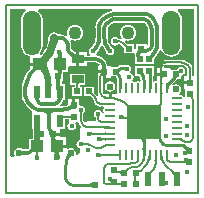
<source format=gbl>
G04*
G04 #@! TF.GenerationSoftware,Altium Limited,Altium Designer,20.1.8 (145)*
G04*
G04 Layer_Physical_Order=4*
G04 Layer_Color=16711680*
%FSLAX25Y25*%
%MOIN*%
G70*
G04*
G04 #@! TF.SameCoordinates,21FBFEBA-D07F-42F0-8C11-0AAD296DAF8C*
G04*
G04*
G04 #@! TF.FilePolarity,Positive*
G04*
G01*
G75*
%ADD14C,0.01000*%
%ADD15C,0.00500*%
%ADD16R,0.01968X0.05118*%
%ADD17R,0.01968X0.02362*%
%ADD23R,0.02362X0.01968*%
%ADD40C,0.00600*%
%ADD41C,0.01200*%
%ADD42C,0.02500*%
%ADD43C,0.02000*%
%ADD44C,0.04331*%
%ADD45O,0.06000X0.15000*%
%ADD46C,0.01772*%
%ADD47C,0.02362*%
%ADD48C,0.02400*%
%ADD49C,0.00900*%
%ADD50C,0.01300*%
%ADD51R,0.04331X0.03937*%
%ADD52R,0.03937X0.02756*%
%ADD53R,0.11811X0.11811*%
%ADD54O,0.03740X0.00984*%
%ADD55O,0.00984X0.03740*%
%ADD56R,0.02362X0.04331*%
G36*
X532092Y242484D02*
X532150Y242445D01*
X532216Y242411D01*
X532291Y242382D01*
X532375Y242357D01*
X532468Y242336D01*
X532569Y242320D01*
X532679Y242309D01*
X532926Y242300D01*
Y241100D01*
X532798Y241098D01*
X532569Y241080D01*
X532468Y241064D01*
X532375Y241043D01*
X532291Y241018D01*
X532216Y240989D01*
X532150Y240955D01*
X532092Y240916D01*
X532044Y240873D01*
Y242527D01*
X532092Y242484D01*
D02*
G37*
G36*
X577976Y228918D02*
X577416D01*
Y231334D01*
X577442D01*
X577274Y232179D01*
X576796Y232896D01*
X576796Y232896D01*
X575773Y233681D01*
X574581Y234174D01*
X573303Y234342D01*
Y234316D01*
X567855D01*
X567946Y234227D01*
X568049Y234137D01*
X568151Y234058D01*
X568253Y233990D01*
X568354Y233932D01*
X568454Y233884D01*
X568554Y233847D01*
X568653Y233821D01*
X568752Y233805D01*
X568851Y233800D01*
Y233200D01*
X568752Y233195D01*
X568653Y233179D01*
X568554Y233153D01*
X568454Y233116D01*
X568354Y233068D01*
X568253Y233010D01*
X568151Y232942D01*
X568049Y232863D01*
X567946Y232773D01*
X567872Y232701D01*
X567805Y232619D01*
X567647Y232396D01*
X567583Y232288D01*
X567529Y232182D01*
X567484Y232077D01*
X567450Y231975D01*
X567425Y231875D01*
X567410Y231778D01*
X567406Y231682D01*
X566806Y231626D01*
X566800Y231727D01*
X566783Y231827D01*
X566756Y231926D01*
X566717Y232023D01*
X566667Y232119D01*
X566606Y232215D01*
X566534Y232309D01*
X566451Y232403D01*
X566357Y232495D01*
X566290Y232553D01*
Y231484D01*
X565751D01*
Y230000D01*
X567932D01*
Y229000D01*
X565751D01*
Y227560D01*
X565723Y227508D01*
X565407Y227158D01*
X565137Y227212D01*
X564750Y227135D01*
X564688Y227093D01*
X564188Y227361D01*
Y229050D01*
X564484D01*
Y232413D01*
X561516D01*
Y232413D01*
X561516Y232413D01*
X561029Y232381D01*
X558316D01*
Y229019D01*
X559754D01*
X560054Y228294D01*
X560177Y227363D01*
X560112Y227289D01*
X559680Y227093D01*
X559619Y227135D01*
X559232Y227212D01*
X558844Y227135D01*
X558516Y226915D01*
X557978D01*
X557650Y227135D01*
X557612Y227142D01*
X557524Y227332D01*
X557454Y227683D01*
X557705Y228059D01*
X557813Y228600D01*
X557705Y229141D01*
X557399Y229599D01*
X556941Y229905D01*
X556877Y229918D01*
X556783Y230172D01*
X556736Y230456D01*
X557005Y230859D01*
X557113Y231400D01*
X557005Y231941D01*
X556699Y232399D01*
X556241Y232705D01*
X555700Y232813D01*
X555159Y232705D01*
X555031Y232620D01*
X553600D01*
Y232640D01*
X552804Y232482D01*
X552130Y232031D01*
X551939Y231967D01*
X551690Y231884D01*
X550288D01*
X550213Y232353D01*
Y232384D01*
X549075D01*
X549030Y232720D01*
X548633Y233679D01*
X548002Y234502D01*
X548003Y234503D01*
X547136Y235168D01*
X546127Y235586D01*
X545502Y235668D01*
X545381Y236189D01*
X545399Y236201D01*
X545705Y236659D01*
X545776Y237015D01*
X546194Y237524D01*
X546903Y238850D01*
X546950Y239006D01*
X547450Y239006D01*
X547497Y238850D01*
X548206Y237524D01*
X548624Y237015D01*
X548695Y236659D01*
X549001Y236201D01*
X549459Y235895D01*
X550000Y235787D01*
X550541Y235895D01*
X550999Y236201D01*
X551305Y236659D01*
X551413Y237200D01*
X551305Y237741D01*
X550999Y238199D01*
X550541Y238505D01*
X550423Y238529D01*
X549969Y239121D01*
X549436Y240407D01*
X549262Y241732D01*
X549272Y241787D01*
Y244951D01*
X549272Y244952D01*
X549283D01*
X549349Y245283D01*
X549537Y245563D01*
X549909Y245871D01*
X550344Y246204D01*
X551298Y246599D01*
X552302Y246731D01*
X552321Y246727D01*
X561151D01*
X561152Y246727D01*
Y246717D01*
X561482Y246651D01*
X561483Y246651D01*
X561801Y246420D01*
X562080Y246094D01*
X562333Y245765D01*
X562625Y245058D01*
X562725Y244300D01*
X562727D01*
Y239700D01*
X562727Y239700D01*
X562723D01*
X562668Y239286D01*
X562641Y239248D01*
X562567Y239192D01*
X562550Y239189D01*
X562050Y239584D01*
Y239584D01*
X558687D01*
Y237878D01*
X558613Y237822D01*
X558113Y238074D01*
Y239584D01*
X555769D01*
X554929Y240424D01*
X555213Y240848D01*
X555321Y240803D01*
X556016Y240712D01*
X556712Y240803D01*
X557361Y241072D01*
X557917Y241499D01*
X558345Y242056D01*
X558613Y242704D01*
X558705Y243400D01*
X558613Y244096D01*
X558345Y244744D01*
X557917Y245301D01*
X557361Y245728D01*
X556712Y245997D01*
X556016Y246088D01*
X555321Y245997D01*
X554672Y245728D01*
X554116Y245301D01*
X553688Y244744D01*
X553420Y244096D01*
X553328Y243400D01*
X553420Y242704D01*
X553688Y242056D01*
X553992Y241660D01*
X553710Y241207D01*
X552993Y241349D01*
Y241349D01*
X552565Y241522D01*
X552141Y241805D01*
X551600Y241913D01*
X551059Y241805D01*
X550601Y241499D01*
X550295Y241041D01*
X550187Y240500D01*
X550295Y239959D01*
X550601Y239501D01*
X551059Y239195D01*
X551600Y239087D01*
X552141Y239195D01*
X552570Y239481D01*
X552993Y239667D01*
X553327Y239600D01*
X553611Y239411D01*
X553623Y239423D01*
X554750Y238296D01*
Y236616D01*
X557785D01*
X558207Y236176D01*
X558210Y236103D01*
X558201Y235603D01*
X558201D01*
X558316Y235024D01*
Y232956D01*
X561029D01*
X561284Y232956D01*
Y232956D01*
X561516Y232987D01*
Y232987D01*
X564484D01*
Y234494D01*
X564881Y234891D01*
X564881Y234891D01*
X564888Y234883D01*
X565735Y235916D01*
X566364Y237093D01*
X566551Y237708D01*
X567081Y237734D01*
X567329Y237135D01*
X567890Y236404D01*
X568621Y235843D01*
X569473Y235490D01*
X570387Y235370D01*
X571300Y235490D01*
X572152Y235843D01*
X572883Y236404D01*
X573444Y237135D01*
X573797Y237986D01*
X573917Y238900D01*
Y247900D01*
X573797Y248814D01*
X573444Y249665D01*
X572883Y250396D01*
X572482Y250704D01*
X572652Y251204D01*
X577976D01*
Y228918D01*
D02*
G37*
G36*
X550639Y250704D02*
X549217Y250272D01*
X547817Y249524D01*
X546954Y248815D01*
X546579Y248512D01*
X546579D01*
X545781Y247471D01*
X545278Y246259D01*
X545107Y244957D01*
X545127D01*
Y242285D01*
X545127Y242278D01*
X545127Y241787D01*
X545082Y241306D01*
X544964Y240407D01*
X544431Y239121D01*
X543977Y238529D01*
X543859Y238505D01*
X543401Y238199D01*
X543095Y237741D01*
X542987Y237200D01*
X543095Y236659D01*
X543392Y236214D01*
X543376Y236130D01*
X543229Y235715D01*
X542169D01*
Y236971D01*
X539700D01*
Y234593D01*
Y232215D01*
X542169D01*
Y233471D01*
X545044D01*
X545066Y233476D01*
X545785Y233333D01*
X546394Y232926D01*
X546407Y232907D01*
X546417Y232900D01*
X546467Y232825D01*
X546232Y232384D01*
X545851D01*
Y230900D01*
X548032D01*
Y230400D01*
X548532D01*
Y228415D01*
X550213D01*
Y228446D01*
X550288Y228915D01*
X551829D01*
X552184Y228059D01*
X552307Y227125D01*
X552306Y227123D01*
Y224822D01*
X552314Y224782D01*
Y223444D01*
X552325Y223389D01*
X552238Y223264D01*
X551891Y223009D01*
X551456Y223095D01*
X550578D01*
Y221574D01*
X549578D01*
Y223095D01*
X548700D01*
X548280Y223012D01*
X547789Y222989D01*
X547600Y223273D01*
X547533Y223607D01*
X547516D01*
Y228415D01*
X547532D01*
Y229454D01*
X547514Y229439D01*
X547268Y229210D01*
X547131Y229074D01*
X546707Y229499D01*
X546842Y229636D01*
X547070Y229900D01*
X545851D01*
Y228415D01*
X545884D01*
Y223607D01*
X545851D01*
X546031Y222700D01*
X545661Y222392D01*
X545292Y222730D01*
X544650Y223372D01*
Y225384D01*
X541287D01*
Y222416D01*
X543299D01*
X544138Y221577D01*
X544332Y221374D01*
X544565Y221000D01*
X544565Y221000D01*
X544702Y220311D01*
X545093Y219727D01*
X545093Y219727D01*
X545448Y219375D01*
X545509Y219309D01*
X546106Y218910D01*
X546811Y218770D01*
Y218790D01*
X547740D01*
X547872Y218554D01*
X547943Y218290D01*
X547765Y218024D01*
X547688Y217637D01*
X547765Y217250D01*
X547888Y217067D01*
X547785Y216614D01*
X547308Y216827D01*
X547305Y216841D01*
X546999Y217299D01*
X546541Y217605D01*
X546000Y217713D01*
X545459Y217605D01*
X545001Y217299D01*
X544695Y216841D01*
X544587Y216300D01*
X544695Y215759D01*
X545001Y215301D01*
X545184Y215178D01*
Y214583D01*
X545171D01*
X545207Y214400D01*
X544800Y213900D01*
X542483D01*
X542416Y213897D01*
X542285Y213871D01*
X542161Y213819D01*
X542050Y213745D01*
X542000Y213700D01*
X541815Y213515D01*
X541244Y213569D01*
X541194Y213601D01*
X541133Y213907D01*
X541116D01*
Y216578D01*
X541299Y216701D01*
X541605Y217159D01*
X541713Y217700D01*
X541605Y218241D01*
X541299Y218699D01*
X540841Y219005D01*
X540300Y219113D01*
X540171Y219087D01*
X539784Y219405D01*
Y221418D01*
X538300D01*
Y219237D01*
X537461D01*
X538772Y218068D01*
X538508Y218062D01*
X537987Y218018D01*
X537731Y217979D01*
X537226Y217868D01*
X536978Y217796D01*
X536490Y217619D01*
X536250Y217514D01*
X535778Y218618D01*
X536070Y218760D01*
X536530Y219028D01*
X536698Y219154D01*
X536825Y219274D01*
X536911Y219389D01*
X536955Y219498D01*
X536958Y219601D01*
X536919Y219699D01*
X536840Y219791D01*
X537300Y219381D01*
Y221418D01*
X535816D01*
Y219228D01*
X535159Y218955D01*
X534110Y218817D01*
X534089Y218822D01*
X533556D01*
X533386Y219321D01*
X533495Y219405D01*
X533494Y219406D01*
X533911Y219950D01*
X534173Y220583D01*
X534209Y220859D01*
X534821D01*
Y226190D01*
X533859D01*
Y227316D01*
X534418D01*
Y230284D01*
X534857Y230432D01*
X535812D01*
Y232021D01*
X536232Y232215D01*
X538700D01*
Y234593D01*
Y235581D01*
X537244Y234559D01*
X537325Y234639D01*
X537369Y234739D01*
X537377Y234859D01*
X537347Y234999D01*
X537281Y235159D01*
X537177Y235338D01*
X537037Y235538D01*
X536860Y235757D01*
X536395Y236257D01*
X537541Y236807D01*
X537774Y236583D01*
X538197Y236228D01*
X538388Y236096D01*
X538565Y235996D01*
X538700Y235938D01*
Y236971D01*
X538115D01*
X537193Y237893D01*
X537201Y237901D01*
X537002Y238198D01*
X536932Y238548D01*
X536922D01*
Y239310D01*
X536930D01*
X536810Y240221D01*
X536608Y240708D01*
X536854Y240965D01*
X537008Y241050D01*
X537604Y240803D01*
X538300Y240712D01*
X538996Y240803D01*
X539644Y241072D01*
X540201Y241499D01*
X540628Y242056D01*
X540897Y242704D01*
X540988Y243400D01*
X540897Y244096D01*
X540628Y244744D01*
X540201Y245301D01*
X539644Y245728D01*
X538996Y245997D01*
X538300Y246088D01*
X537604Y245997D01*
X536956Y245728D01*
X536399Y245301D01*
X535972Y244744D01*
X535703Y244096D01*
X535612Y243400D01*
X535703Y242704D01*
X535779Y242522D01*
X535368Y242207D01*
X535170Y242358D01*
X534321Y242710D01*
X533410Y242830D01*
Y242822D01*
X532555D01*
X532462Y242962D01*
X531883Y243349D01*
X531200Y243484D01*
X530517Y243349D01*
X529938Y242962D01*
X529552Y242383D01*
X529416Y241700D01*
X529416D01*
X529436Y241677D01*
X529284Y240134D01*
X528828Y238629D01*
X528086Y237242D01*
X527137Y236086D01*
X527072Y236042D01*
X526974Y235944D01*
X526696Y235980D01*
X526592Y236143D01*
X526501Y236501D01*
X526987Y237135D01*
X527340Y237986D01*
X527460Y238900D01*
Y247900D01*
X527340Y248814D01*
X526987Y249665D01*
X526426Y250396D01*
X526025Y250704D01*
X526195Y251204D01*
X550565D01*
X550639Y250704D01*
D02*
G37*
G36*
X552314Y241036D02*
X552371Y240987D01*
X552433Y240943D01*
X552498Y240905D01*
X552567Y240873D01*
X552639Y240847D01*
X552715Y240826D01*
X552795Y240812D01*
X552878Y240803D01*
X552965Y240800D01*
Y240200D01*
X552878Y240197D01*
X552795Y240188D01*
X552715Y240174D01*
X552639Y240153D01*
X552567Y240127D01*
X552498Y240095D01*
X552433Y240057D01*
X552371Y240013D01*
X552314Y239964D01*
X552259Y239908D01*
Y241092D01*
X552314Y241036D01*
D02*
G37*
G36*
X533746Y236092D02*
X533598Y236056D01*
X533746D01*
X533752Y235826D01*
X533771Y235620D01*
X533801Y235438D01*
X533843Y235281D01*
X533896Y235148D01*
X533962Y235038D01*
X534040Y234954D01*
X534130Y234893D01*
X534233Y234857D01*
X534346Y234844D01*
X531947D01*
X532060Y234857D01*
X532163Y234893D01*
X532253Y234954D01*
X532331Y235038D01*
X532397Y235148D01*
X532450Y235281D01*
X532492Y235438D01*
X532522Y235620D01*
X532541Y235826D01*
X532544Y235945D01*
X532520Y236307D01*
X532512Y236339D01*
X532503Y236361D01*
X532493Y236374D01*
X533716Y236579D01*
X533746Y236092D01*
D02*
G37*
G36*
X541157Y235679D02*
X541193Y235577D01*
X541254Y235487D01*
X541338Y235409D01*
X541447Y235343D01*
X541581Y235289D01*
X541738Y235247D01*
X541920Y235217D01*
X542126Y235199D01*
X542356Y235193D01*
Y233993D01*
X542126Y233987D01*
X541920Y233969D01*
X541738Y233939D01*
X541581Y233897D01*
X541447Y233843D01*
X541338Y233777D01*
X541254Y233699D01*
X541193Y233609D01*
X541157Y233507D01*
X541145Y233393D01*
Y235793D01*
X541157Y235679D01*
D02*
G37*
G36*
X567409Y230956D02*
X567417Y230853D01*
X567432Y230761D01*
X567453Y230682D01*
X567481Y230615D01*
X567514Y230560D01*
X567553Y230517D01*
X567597Y230486D01*
X567649Y230467D01*
X567705Y230460D01*
X566763Y230472D01*
X566771Y230478D01*
X566778Y230496D01*
X566784Y230526D01*
X566790Y230568D01*
X566799Y230688D01*
X566806Y231072D01*
X567406D01*
X567409Y230956D01*
D02*
G37*
G36*
X534196Y230944D02*
X534102Y230909D01*
X534018Y230851D01*
X533946Y230769D01*
X533885Y230664D01*
X533835Y230535D01*
X533796Y230384D01*
X533769Y230209D01*
X533752Y230010D01*
X533746Y229788D01*
X532547D01*
X532541Y230010D01*
X532524Y230209D01*
X532497Y230384D01*
X532458Y230535D01*
X532408Y230664D01*
X532347Y230769D01*
X532274Y230851D01*
X532191Y230909D01*
X532097Y230944D01*
X531991Y230956D01*
X534302D01*
X534196Y230944D01*
D02*
G37*
G36*
X521835Y250704D02*
X521434Y250396D01*
X520873Y249665D01*
X520520Y248814D01*
X520400Y247900D01*
Y238900D01*
X520520Y237986D01*
X520873Y237135D01*
X521434Y236404D01*
X522165Y235843D01*
X523016Y235490D01*
X523288Y235454D01*
Y233400D01*
X526454D01*
Y232400D01*
X526023D01*
X526520Y231902D01*
X526464Y231887D01*
X526410Y231859D01*
X526598Y231671D01*
X527194Y232616D01*
X525285Y234844D01*
X525470Y234696D01*
X525692Y234639D01*
X525952Y234674D01*
X526250Y234799D01*
X526585Y235016D01*
X526958Y235323D01*
X527369Y235722D01*
X527817Y236212D01*
X528826Y237466D01*
X530997Y236226D01*
X530391Y235404D01*
X529062Y233333D01*
X528872Y232956D01*
X528948Y232597D01*
X529466Y230707D01*
X529969Y229772D01*
X528685D01*
X527782Y229143D01*
X527603Y229696D01*
X527564Y229792D01*
X527561Y229796D01*
X527506Y229874D01*
X527436Y229988D01*
X527001Y230796D01*
X526853Y231086D01*
X526903Y231099D01*
X526760Y231223D01*
X526601Y231280D01*
X526446Y231255D01*
X526295Y231146D01*
X526147Y230956D01*
X526588Y231656D01*
X526481Y231635D01*
X526346Y231594D01*
X526206Y231536D01*
X526060Y231461D01*
X525907Y231368D01*
X525749Y231259D01*
X525745Y231256D01*
X526077Y230956D01*
X525979Y231014D01*
X525861Y231032D01*
X525723Y231007D01*
X525566Y230941D01*
X525388Y230833D01*
X525190Y230684D01*
X524972Y230493D01*
X524735Y230260D01*
X524199Y229670D01*
X523242Y230393D01*
X523524Y230733D01*
X524137Y231587D01*
X524264Y231817D01*
X524351Y232020D01*
X524400Y232195D01*
X524410Y232343D01*
X524396Y232400D01*
X523288D01*
Y231247D01*
X522692Y230549D01*
X521779Y229059D01*
X521111Y227445D01*
X520703Y225746D01*
X520566Y224004D01*
X520578D01*
Y222600D01*
X520559D01*
X520721Y221368D01*
X521197Y220219D01*
X521954Y219233D01*
X521968Y219246D01*
X523741Y217473D01*
X523741Y217473D01*
X523738Y217469D01*
X524036Y217241D01*
X523979Y216741D01*
X523979Y216741D01*
X523979Y216741D01*
Y211410D01*
X524130D01*
Y208068D01*
X522835D01*
Y204821D01*
X522573Y204559D01*
X522482Y204522D01*
X520972D01*
X520912Y204612D01*
X520356Y204984D01*
X519700Y205114D01*
X519044Y204984D01*
X518488Y204612D01*
X518116Y204056D01*
X517986Y203400D01*
X518116Y202744D01*
X518213Y202600D01*
X517945Y202100D01*
X517023D01*
X516825Y202139D01*
X516639Y202217D01*
X516513Y202301D01*
Y251204D01*
X521665D01*
X521835Y250704D01*
D02*
G37*
G36*
X560777Y231628D02*
X560816Y231144D01*
X560850Y230902D01*
X560947Y230415D01*
X561010Y230171D01*
X561165Y229682D01*
X561257Y229437D01*
X560497Y228622D01*
X560379Y228906D01*
X560162Y229346D01*
X560062Y229502D01*
X559968Y229616D01*
X559879Y229686D01*
X559797Y229714D01*
X559720Y229700D01*
X559650Y229643D01*
X559585Y229543D01*
X560772Y231869D01*
X560777Y231628D01*
D02*
G37*
G36*
X567649Y228533D02*
X567597Y228514D01*
X567553Y228483D01*
X567514Y228440D01*
X567481Y228384D01*
X567453Y228317D01*
X567432Y228238D01*
X567417Y228147D01*
X567409Y228043D01*
X567406Y227927D01*
X566806D01*
X566805Y228041D01*
X566778Y228503D01*
X566771Y228521D01*
X566763Y228527D01*
X567705Y228539D01*
X567649Y228533D01*
D02*
G37*
G36*
X576903Y228390D02*
X576912Y228286D01*
X576927Y228194D01*
X576948Y228114D01*
X576975Y228047D01*
X577008Y227992D01*
X577047Y227949D01*
X577092Y227919D01*
X577143Y227900D01*
X577200Y227894D01*
X576000D01*
X576057Y227900D01*
X576108Y227919D01*
X576153Y227949D01*
X576192Y227992D01*
X576225Y228047D01*
X576252Y228114D01*
X576273Y228194D01*
X576288Y228286D01*
X576297Y228390D01*
X576300Y228506D01*
X576900D01*
X576903Y228390D01*
D02*
G37*
G36*
X567407Y227068D02*
X567430Y226781D01*
X567444Y226699D01*
X567460Y226623D01*
X567480Y226554D01*
X567503Y226492D01*
X567529Y226436D01*
X567558Y226387D01*
X566653D01*
X566682Y226436D01*
X566708Y226492D01*
X566731Y226554D01*
X566751Y226623D01*
X566767Y226699D01*
X566781Y226781D01*
X566799Y226966D01*
X566804Y227068D01*
X566806Y227177D01*
X567406D01*
X567407Y227068D01*
D02*
G37*
G36*
X530402Y227033D02*
X530483Y225828D01*
X530508Y225745D01*
X530537Y225694D01*
X530569Y225678D01*
X528231D01*
X528263Y225694D01*
X528292Y225745D01*
X528317Y225828D01*
X528339Y225946D01*
X528358Y226096D01*
X528385Y226498D01*
X528400Y227351D01*
X530400D01*
X530402Y227033D01*
D02*
G37*
G36*
X567529Y223208D02*
X567503Y223152D01*
X567480Y223090D01*
X567460Y223021D01*
X567444Y222945D01*
X567430Y222863D01*
X567412Y222678D01*
X567407Y222576D01*
X567406Y222467D01*
X566806D01*
X566804Y222576D01*
X566781Y222863D01*
X566767Y222945D01*
X566751Y223021D01*
X566731Y223090D01*
X566708Y223152D01*
X566682Y223208D01*
X566653Y223257D01*
X567558D01*
X567529Y223208D01*
D02*
G37*
G36*
X573303Y232678D02*
X574151Y232566D01*
X574940Y232239D01*
X575619Y231719D01*
X575784Y231287D01*
Y228918D01*
X574616D01*
Y227237D01*
X576600D01*
Y226237D01*
X574616D01*
Y224556D01*
X574647D01*
X575116Y224481D01*
Y222220D01*
X574653Y221983D01*
X574616Y221989D01*
X574415Y222289D01*
X574087Y222509D01*
X573700Y222586D01*
X572995D01*
X572843Y223086D01*
X573126Y223274D01*
X573501Y223837D01*
X573633Y224500D01*
X573501Y225163D01*
X573126Y225726D01*
X572563Y226101D01*
X571900Y226233D01*
X571237Y226101D01*
X571061Y225984D01*
X570520Y226224D01*
X570513Y226271D01*
X572257Y228015D01*
X573550D01*
Y229097D01*
X574041Y229195D01*
X574499Y229501D01*
X574805Y229959D01*
X574913Y230500D01*
X574805Y231041D01*
X574499Y231499D01*
X574041Y231805D01*
X573500Y231913D01*
X572959Y231805D01*
X572501Y231499D01*
X572195Y231041D01*
X572183Y230984D01*
X570188D01*
X570113Y231453D01*
Y231484D01*
X567921D01*
Y232684D01*
X573303D01*
Y232678D01*
D02*
G37*
G36*
X547998Y222186D02*
X548175Y222118D01*
X548260Y222092D01*
X548341Y222073D01*
X548419Y222059D01*
X548493Y222052D01*
X548565Y222050D01*
X548634Y222054D01*
X548700Y222063D01*
X548354Y221228D01*
X548327Y221262D01*
X548292Y221298D01*
X548248Y221336D01*
X548195Y221376D01*
X548062Y221463D01*
X547894Y221557D01*
X547690Y221660D01*
X547905Y222229D01*
X547998Y222186D01*
D02*
G37*
G36*
X577588Y221627D02*
X577604Y221617D01*
X577621Y221598D01*
X577637Y221573D01*
X577654Y221541D01*
X577670Y221501D01*
X577687Y221454D01*
X577721Y221338D01*
X577738Y221270D01*
X577167Y221053D01*
X577138Y221162D01*
X577105Y221261D01*
X577068Y221347D01*
X577028Y221423D01*
X576985Y221486D01*
X576938Y221538D01*
X576888Y221579D01*
X576834Y221608D01*
X576776Y221625D01*
X576716Y221631D01*
X577572D01*
X577588Y221627D01*
D02*
G37*
G36*
X551842Y221867D02*
X551888Y221817D01*
X551942Y221769D01*
X552002Y221723D01*
X552069Y221680D01*
X552143Y221640D01*
X552223Y221602D01*
X552311Y221567D01*
X552507Y221503D01*
X552196Y220971D01*
X552090Y220999D01*
X551667Y221085D01*
X551604Y221090D01*
X551547Y221092D01*
X551498Y221090D01*
X551456Y221084D01*
X551802Y221920D01*
X551842Y221867D01*
D02*
G37*
G36*
X548513Y219153D02*
X548464Y219182D01*
X548408Y219208D01*
X548346Y219231D01*
X548277Y219251D01*
X548201Y219267D01*
X548119Y219281D01*
X547934Y219299D01*
X547832Y219304D01*
X547723Y219305D01*
Y219905D01*
X547832Y219907D01*
X548119Y219930D01*
X548201Y219944D01*
X548277Y219960D01*
X548346Y219980D01*
X548408Y220003D01*
X548464Y220029D01*
X548513Y220058D01*
Y219153D01*
D02*
G37*
G36*
X555422Y219881D02*
X555672Y219704D01*
X555781Y219639D01*
X555881Y219590D01*
X555970Y219557D01*
X556049Y219539D01*
X556119Y219538D01*
X556178Y219552D01*
X556226Y219582D01*
X555318Y218798D01*
X555355Y218841D01*
X555373Y218892D01*
X555373Y218950D01*
X555355Y219015D01*
X555318Y219088D01*
X555262Y219169D01*
X555189Y219257D01*
X555097Y219352D01*
X554987Y219455D01*
X554858Y219566D01*
X555282Y219994D01*
X555422Y219881D01*
D02*
G37*
G36*
X531068Y216947D02*
X530245Y216571D01*
X529994Y217786D01*
X530002Y217786D01*
X530020Y217791D01*
X530047Y217801D01*
X530254Y217892D01*
X530510Y218011D01*
X531068Y216947D01*
D02*
G37*
G36*
X530116Y216408D02*
X530113Y216389D01*
X530110Y216360D01*
X530103Y216210D01*
X530100Y215867D01*
X528900D01*
X528880Y216417D01*
X530120D01*
X530116Y216408D01*
D02*
G37*
G36*
X536840Y214700D02*
X536834Y214757D01*
X536815Y214808D01*
X536785Y214853D01*
X536742Y214892D01*
X536687Y214925D01*
X536619Y214952D01*
X536540Y214973D01*
X536448Y214988D01*
X536344Y214997D01*
X536228Y215000D01*
Y215600D01*
X536344Y215603D01*
X536448Y215612D01*
X536540Y215627D01*
X536619Y215648D01*
X536687Y215675D01*
X536742Y215708D01*
X536785Y215747D01*
X536815Y215792D01*
X536834Y215843D01*
X536840Y215900D01*
Y214700D01*
D02*
G37*
G36*
X534303Y215843D02*
X534322Y215792D01*
X534352Y215747D01*
X534395Y215708D01*
X534450Y215675D01*
X534518Y215648D01*
X534597Y215627D01*
X534689Y215612D01*
X534793Y215603D01*
X534909Y215600D01*
Y215000D01*
X534793Y214997D01*
X534689Y214988D01*
X534597Y214973D01*
X534518Y214952D01*
X534450Y214925D01*
X534395Y214892D01*
X534352Y214853D01*
X534322Y214808D01*
X534303Y214757D01*
X534297Y214700D01*
Y215900D01*
X534303Y215843D01*
D02*
G37*
G36*
X554402Y215593D02*
X554453Y215531D01*
X554508Y215477D01*
X554567Y215430D01*
X554630Y215390D01*
X554698Y215358D01*
X554770Y215333D01*
X554846Y215314D01*
X554889Y215309D01*
X554927Y215312D01*
X555019Y215327D01*
X555098Y215348D01*
X555165Y215375D01*
X555221Y215408D01*
X555263Y215447D01*
X555294Y215492D01*
X555312Y215543D01*
X555318Y215600D01*
Y214400D01*
X555312Y214457D01*
X555294Y214508D01*
X555263Y214553D01*
X555221Y214592D01*
X555165Y214625D01*
X555098Y214652D01*
X555019Y214673D01*
X554927Y214688D01*
X554823Y214697D01*
X554792Y214698D01*
X554783Y214698D01*
X554704Y214690D01*
X554624Y214678D01*
X554545Y214661D01*
X554466Y214638D01*
X554388Y214611D01*
X554310Y214579D01*
X554232Y214542D01*
X554076Y214453D01*
X554356Y215661D01*
X554402Y215593D01*
D02*
G37*
G36*
X561090Y214256D02*
X561200Y214424D01*
X561624Y214000D01*
X561618Y213992D01*
X561614Y213982D01*
X561611Y213970D01*
X561609Y213956D01*
Y213940D01*
X561611Y213922D01*
X561614Y213901D01*
X561624Y213854D01*
X561632Y213827D01*
X561098Y214048D01*
X560961Y213911D01*
X560755Y213631D01*
X560742Y213673D01*
X560715Y213719D01*
X560675Y213768D01*
X560621Y213821D01*
X560553Y213877D01*
X560471Y213937D01*
X560267Y214068D01*
X560008Y214214D01*
X560129Y214346D01*
X560114Y214361D01*
X560539Y214786D01*
X561090Y214256D01*
D02*
G37*
G36*
X548513Y213248D02*
X548464Y213277D01*
X548408Y213303D01*
X548346Y213325D01*
X548277Y213345D01*
X548201Y213362D01*
X548119Y213376D01*
X547934Y213394D01*
X547832Y213399D01*
X547723Y213400D01*
Y214000D01*
X547832Y214001D01*
X548119Y214024D01*
X548201Y214038D01*
X548277Y214055D01*
X548346Y214075D01*
X548408Y214097D01*
X548464Y214123D01*
X548513Y214152D01*
Y213248D01*
D02*
G37*
G36*
Y211279D02*
X548445Y211321D01*
X548374Y211359D01*
X548299Y211392D01*
X548220Y211420D01*
X548139Y211445D01*
X548053Y211465D01*
X547964Y211480D01*
X547872Y211491D01*
X547677Y211500D01*
X547787Y212100D01*
X547903Y212101D01*
X548336Y212130D01*
X548395Y212141D01*
X548444Y212154D01*
X548483Y212168D01*
X548513Y212184D01*
Y211279D01*
D02*
G37*
G36*
X536316Y213619D02*
X536316D01*
X536131Y213195D01*
X535895Y212841D01*
X535787Y212300D01*
X535895Y211759D01*
X536201Y211301D01*
X536659Y210995D01*
X537200Y210887D01*
X537741Y210995D01*
X538199Y211301D01*
X538505Y211759D01*
X538613Y212300D01*
X538505Y212841D01*
X538319Y213119D01*
X538552Y213619D01*
X539284Y213619D01*
X539583Y213243D01*
X539645Y212929D01*
X540200Y212100D01*
X540071Y211653D01*
X540042Y211580D01*
X540005Y211395D01*
X540000Y211300D01*
Y207573D01*
X539659Y207505D01*
X539201Y207199D01*
X538895Y206741D01*
X538787Y206200D01*
X538895Y205659D01*
X539201Y205201D01*
X539659Y204895D01*
X540000Y204827D01*
Y204262D01*
X539895Y203735D01*
X539689Y203238D01*
X539390Y202790D01*
X539170Y202570D01*
X538891Y202540D01*
X538489Y202977D01*
X538533Y203200D01*
X538401Y203863D01*
X538026Y204426D01*
X537463Y204801D01*
X536800Y204933D01*
X536137Y204801D01*
X535858Y204615D01*
X535358Y204883D01*
Y205100D01*
X532193D01*
Y206100D01*
X535358D01*
Y208569D01*
X533218D01*
Y209100D01*
X531037D01*
Y210046D01*
X529868Y208628D01*
X529862Y208832D01*
X529843Y209042D01*
X529811Y209259D01*
X529711Y209712D01*
X529642Y209949D01*
X529466Y210441D01*
X529240Y210960D01*
X530282Y211582D01*
X530427Y211292D01*
X530698Y210836D01*
X530825Y210671D01*
X530945Y210548D01*
X531060Y210466D01*
X531169Y210427D01*
X531273Y210430D01*
X531370Y210474D01*
X531461Y210560D01*
X531082Y210100D01*
X533218D01*
Y211410D01*
X534821D01*
Y214484D01*
X536316D01*
Y213619D01*
D02*
G37*
G36*
X548513Y209311D02*
X548464Y209340D01*
X548408Y209366D01*
X548346Y209388D01*
X548277Y209408D01*
X548201Y209425D01*
X548119Y209439D01*
X547934Y209457D01*
X547832Y209461D01*
X547723Y209463D01*
Y210063D01*
X547832Y210065D01*
X548119Y210087D01*
X548201Y210101D01*
X548277Y210118D01*
X548346Y210138D01*
X548408Y210160D01*
X548464Y210186D01*
X548513Y210215D01*
Y209311D01*
D02*
G37*
G36*
X543483Y210276D02*
X543559Y210231D01*
X543636Y210192D01*
X543713Y210158D01*
X543790Y210129D01*
X543869Y210105D01*
X543947Y210087D01*
X544027Y210073D01*
X544106Y210066D01*
X544187Y210063D01*
X544307Y209463D01*
X544222Y209459D01*
X544141Y209449D01*
X544065Y209431D01*
X543992Y209406D01*
X543923Y209374D01*
X543858Y209335D01*
X543796Y209289D01*
X543739Y209235D01*
X543685Y209175D01*
X543636Y209107D01*
X543408Y210326D01*
X543483Y210276D01*
D02*
G37*
G36*
X531657Y208230D02*
X531705Y207959D01*
X531734Y207849D01*
X531765Y207756D01*
X531800Y207680D01*
X531838Y207621D01*
X531879Y207578D01*
X531923Y207553D01*
X531970Y207544D01*
X530282D01*
X530328Y207553D01*
X530367Y207578D01*
X530399Y207621D01*
X530425Y207680D01*
X530444Y207756D01*
X530456Y207849D01*
X530461Y207959D01*
X530460Y208086D01*
X530437Y208391D01*
X531637D01*
X531657Y208230D01*
D02*
G37*
G36*
X548513Y207342D02*
X548464Y207371D01*
X548408Y207397D01*
X548346Y207420D01*
X548277Y207440D01*
X548201Y207456D01*
X548119Y207470D01*
X547934Y207488D01*
X547832Y207493D01*
X547723Y207494D01*
Y208095D01*
X547832Y208096D01*
X548119Y208119D01*
X548201Y208133D01*
X548277Y208149D01*
X548346Y208169D01*
X548408Y208192D01*
X548464Y208218D01*
X548513Y208247D01*
Y207342D01*
D02*
G37*
G36*
X574157Y207976D02*
X574171Y207964D01*
X574612Y207612D01*
X574188Y207188D01*
X574138Y207227D01*
X573920Y207377D01*
X573916Y207376D01*
X574152Y207982D01*
X574157Y207976D01*
D02*
G37*
G36*
X546996Y208354D02*
X547062Y208299D01*
X547130Y208251D01*
X547200Y208210D01*
X547273Y208174D01*
X547347Y208146D01*
X547423Y208123D01*
X547502Y208107D01*
X547582Y208098D01*
X547665Y208095D01*
Y207494D01*
X547582Y207491D01*
X547502Y207482D01*
X547423Y207466D01*
X547347Y207443D01*
X547273Y207415D01*
X547200Y207379D01*
X547130Y207338D01*
X547062Y207290D01*
X546996Y207235D01*
X546933Y207174D01*
Y208415D01*
X546996Y208354D01*
D02*
G37*
G36*
X562014Y207809D02*
X561938Y207782D01*
X561870Y207736D01*
X561812Y207673D01*
X561763Y207591D01*
X561722Y207490D01*
X561691Y207372D01*
X561668Y207235D01*
X561655Y207080D01*
X561650Y206907D01*
X560750D01*
X560745Y207080D01*
X560732Y207235D01*
X560709Y207372D01*
X560678Y207490D01*
X560638Y207591D01*
X560588Y207673D01*
X560530Y207736D01*
X560462Y207782D01*
X560386Y207809D01*
X560300Y207819D01*
X562100D01*
X562014Y207809D01*
D02*
G37*
G36*
X540896Y206759D02*
X540962Y206705D01*
X541030Y206657D01*
X541100Y206615D01*
X541173Y206580D01*
X541247Y206551D01*
X541323Y206529D01*
X541402Y206513D01*
X541482Y206503D01*
X541565Y206500D01*
Y205900D01*
X541482Y205897D01*
X541402Y205887D01*
X541323Y205871D01*
X541247Y205849D01*
X541173Y205820D01*
X541100Y205785D01*
X541030Y205743D01*
X540962Y205695D01*
X540896Y205641D01*
X540833Y205580D01*
Y206820D01*
X540896Y206759D01*
D02*
G37*
G36*
X570757Y205374D02*
X569853Y205376D01*
Y206276D01*
X570757Y206278D01*
Y205374D01*
D02*
G37*
G36*
X548354Y206172D02*
X548513Y205374D01*
X548471Y205395D01*
X548423Y205410D01*
X548369Y205417D01*
X548307Y205417D01*
X548239Y205409D01*
X548163Y205394D01*
X548081Y205372D01*
X547993Y205343D01*
X547794Y205263D01*
X547743Y205940D01*
X547866Y205995D01*
X548355Y206181D01*
X548354Y206172D01*
D02*
G37*
G36*
X561652Y204143D02*
X560748D01*
X560750Y205047D01*
X561650D01*
X561652Y204143D01*
D02*
G37*
G36*
X575228Y205715D02*
X575574Y205417D01*
X575724Y205310D01*
X575857Y205231D01*
X575975Y205180D01*
X576076Y205157D01*
X576162Y205163D01*
X576232Y205196D01*
X576286Y205257D01*
X575340Y203717D01*
X575375Y203797D01*
X575388Y203887D01*
X575378Y203988D01*
X575347Y204098D01*
X575293Y204219D01*
X575217Y204349D01*
X575119Y204490D01*
X574999Y204641D01*
X574691Y204972D01*
X575031Y205906D01*
X575228Y205715D01*
D02*
G37*
G36*
X526043Y203649D02*
X525992Y203631D01*
X525947Y203600D01*
X525908Y203558D01*
X525875Y203502D01*
X525848Y203435D01*
X525827Y203356D01*
X525812Y203264D01*
X525803Y203160D01*
X525800Y203044D01*
X525200D01*
X525197Y203160D01*
X525188Y203264D01*
X525173Y203356D01*
X525152Y203435D01*
X525125Y203502D01*
X525092Y203558D01*
X525053Y203600D01*
X525008Y203631D01*
X524957Y203649D01*
X524900Y203656D01*
X526100D01*
X526043Y203649D01*
D02*
G37*
G36*
X532795Y203702D02*
X532799Y203656D01*
X533393D01*
X533279Y203643D01*
X533177Y203607D01*
X533087Y203546D01*
X533009Y203462D01*
X532943Y203352D01*
X532889Y203219D01*
X532880Y203185D01*
X532905Y203121D01*
X532939Y203055D01*
X532978Y202997D01*
X533022Y202948D01*
X532828Y202947D01*
X532817Y202880D01*
X532799Y202674D01*
X532793Y202444D01*
X531593D01*
X531587Y202674D01*
X531569Y202880D01*
X531559Y202940D01*
X531368Y202939D01*
X531411Y202988D01*
X531449Y203045D01*
X531483Y203112D01*
X531508Y203177D01*
X531497Y203219D01*
X531443Y203352D01*
X531377Y203462D01*
X531299Y203546D01*
X531209Y203607D01*
X531107Y203643D01*
X530993Y203656D01*
X531588D01*
X531591Y203694D01*
X531593Y203822D01*
X532793Y203830D01*
X532795Y203702D01*
D02*
G37*
G36*
X525803Y202782D02*
X525813Y202702D01*
X525829Y202623D01*
X525851Y202547D01*
X525880Y202473D01*
X525915Y202400D01*
X525957Y202330D01*
X526005Y202262D01*
X526059Y202196D01*
X526120Y202133D01*
X524880D01*
X524941Y202196D01*
X524995Y202262D01*
X525043Y202330D01*
X525085Y202400D01*
X525120Y202473D01*
X525149Y202547D01*
X525171Y202623D01*
X525187Y202702D01*
X525197Y202782D01*
X525200Y202865D01*
X525800D01*
X525803Y202782D01*
D02*
G37*
G36*
X552848Y201978D02*
X552842Y202035D01*
X552824Y202086D01*
X552793Y202131D01*
X552750Y202170D01*
X552696Y202203D01*
X552628Y202230D01*
X552549Y202251D01*
X552457Y202266D01*
X552353Y202275D01*
X552237Y202278D01*
Y202878D01*
X552353Y202881D01*
X552457Y202890D01*
X552549Y202905D01*
X552628Y202926D01*
X552696Y202953D01*
X552750Y202986D01*
X552793Y203025D01*
X552824Y203070D01*
X552842Y203121D01*
X552848Y203178D01*
Y201978D01*
D02*
G37*
G36*
X546645Y203117D02*
X546716Y203067D01*
X546789Y203023D01*
X546863Y202984D01*
X546938Y202952D01*
X547014Y202925D01*
X547092Y202905D01*
X547171Y202890D01*
X547251Y202881D01*
X547333Y202878D01*
X547389Y202278D01*
X547305Y202274D01*
X547225Y202264D01*
X547147Y202247D01*
X547072Y202224D01*
X547000Y202193D01*
X546931Y202156D01*
X546865Y202111D01*
X546802Y202060D01*
X546742Y202003D01*
X546685Y201938D01*
X546576Y203173D01*
X546645Y203117D01*
D02*
G37*
G36*
X561537Y202271D02*
X561529Y202240D01*
X561522Y202195D01*
X561511Y202062D01*
X561501Y201632D01*
X561500Y201490D01*
X560900D01*
X560899Y201632D01*
X560863Y202271D01*
X560855Y202289D01*
X561545D01*
X561537Y202271D01*
D02*
G37*
G36*
X536912Y202005D02*
X536812Y201991D01*
X536716Y201966D01*
X536626Y201932D01*
X536541Y201888D01*
X536460Y201834D01*
X536385Y201770D01*
X536315Y201696D01*
X536250Y201613D01*
X536190Y201519D01*
X536134Y201416D01*
X535344Y202066D01*
X535402Y202181D01*
X535498Y202401D01*
X535535Y202506D01*
X535565Y202607D01*
X535588Y202705D01*
X535604Y202800D01*
X535612Y202891D01*
X535614Y202979D01*
X535608Y203064D01*
X536912Y202005D01*
D02*
G37*
G36*
X559578Y200854D02*
X559600Y200864D01*
X559612Y200859D01*
X559614Y200838D01*
X559606Y200802D01*
X559589Y200750D01*
X559561Y200683D01*
X559418Y200388D01*
X559351Y200258D01*
X558788Y200512D01*
X558828Y200593D01*
X558885Y200730D01*
X558901Y200787D01*
X558910Y200836D01*
X558909Y200877D01*
X558901Y200910D01*
X558885Y200936D01*
X558860Y200953D01*
X558827Y200962D01*
X559578Y200854D01*
D02*
G37*
G36*
X565560Y200964D02*
X565534Y200908D01*
X565512Y200846D01*
X565492Y200777D01*
X565475Y200701D01*
X565461Y200619D01*
X565443Y200434D01*
X565439Y200332D01*
X565437Y200223D01*
X564837D01*
X564836Y200332D01*
X564813Y200619D01*
X564799Y200701D01*
X564782Y200777D01*
X564762Y200846D01*
X564740Y200908D01*
X564714Y200964D01*
X564685Y201013D01*
X565589D01*
X565560Y200964D01*
D02*
G37*
G36*
X561546Y200854D02*
X561526Y200836D01*
X561502Y200808D01*
X561474Y200769D01*
X561442Y200720D01*
X561324Y200508D01*
X561171Y200200D01*
X560571Y200364D01*
X560611Y200453D01*
X560674Y200629D01*
X560697Y200714D01*
X560714Y200799D01*
X560725Y200882D01*
X560730Y200963D01*
X560729Y201043D01*
X560723Y201122D01*
X560710Y201200D01*
X561546Y200854D01*
D02*
G37*
G36*
X567553Y201836D02*
X567535Y201758D01*
X567528Y201669D01*
X567534Y201570D01*
X567551Y201461D01*
X567580Y201341D01*
X567620Y201211D01*
X567673Y201070D01*
X567813Y200758D01*
X567435Y200185D01*
X567385Y200282D01*
X567283Y200450D01*
X567232Y200520D01*
X567181Y200581D01*
X567129Y200632D01*
X567077Y200675D01*
X567024Y200708D01*
X566971Y200732D01*
X566918Y200748D01*
X567583Y201903D01*
X567553Y201836D01*
D02*
G37*
G36*
X563356Y200748D02*
X563311Y200734D01*
X563266Y200710D01*
X563221Y200677D01*
X563175Y200633D01*
X563130Y200580D01*
X563084Y200517D01*
X563038Y200444D01*
X562992Y200361D01*
X562899Y200166D01*
X562476Y200679D01*
X562550Y200857D01*
X562663Y201177D01*
X562702Y201319D01*
X562729Y201449D01*
X562745Y201567D01*
X562749Y201673D01*
X562741Y201768D01*
X562722Y201850D01*
X562691Y201921D01*
X563356Y200748D01*
D02*
G37*
G36*
X574820Y200465D02*
X574844Y200466D01*
X574948Y200475D01*
X575040Y200490D01*
X575119Y200511D01*
X575187Y200538D01*
X575242Y200571D01*
X575285Y200610D01*
X575315Y200655D01*
X575334Y200706D01*
X575340Y200763D01*
Y200068D01*
X575366Y200048D01*
X576153Y200562D01*
X576150Y200543D01*
X576150Y200527D01*
X576155Y200512D01*
X576163Y200499D01*
X576176Y200488D01*
X576193Y200479D01*
X576214Y200472D01*
X576238Y200467D01*
X576267Y200464D01*
X576300Y200463D01*
Y199863D01*
X575508Y199939D01*
X575366Y200048D01*
X575340Y200031D01*
Y199563D01*
X575334Y199620D01*
X575315Y199671D01*
X575285Y199716D01*
X575242Y199755D01*
X575187Y199788D01*
X575119Y199815D01*
X575040Y199836D01*
X574948Y199851D01*
X574844Y199860D01*
X574728Y199863D01*
Y199897D01*
X574153Y199863D01*
X573949Y200463D01*
X574039Y200466D01*
X574120Y200476D01*
X574190Y200491D01*
X574251Y200513D01*
X574302Y200541D01*
X574344Y200576D01*
X574376Y200616D01*
X574399Y200663D01*
X574411Y200716D01*
X574414Y200776D01*
X574820Y200465D01*
D02*
G37*
G36*
X556083Y197859D02*
X555801Y197572D01*
X554523Y197560D01*
X554607Y197565D01*
X554691Y197579D01*
X554775Y197601D01*
X554859Y197632D01*
X554944Y197671D01*
X555029Y197719D01*
X555114Y197775D01*
X555200Y197840D01*
X555286Y197914D01*
X555372Y197996D01*
X556083Y197859D01*
D02*
G37*
G36*
X552167Y197411D02*
X552185Y197360D01*
X552216Y197315D01*
X552259Y197276D01*
X552315Y197243D01*
X552382Y197216D01*
X552461Y197195D01*
X552553Y197180D01*
X552656Y197171D01*
X552772Y197168D01*
Y196568D01*
X552658Y196565D01*
X552556Y196557D01*
X552466Y196544D01*
X552388Y196525D01*
X552322Y196501D01*
X552268Y196471D01*
X552226Y196436D01*
X552196Y196396D01*
X552178Y196350D01*
X552172Y196299D01*
X552160Y197468D01*
X552167Y197411D01*
D02*
G37*
G36*
X553463Y196268D02*
X553457Y196325D01*
X553439Y196376D01*
X553409Y196421D01*
X553367Y196460D01*
X553313Y196493D01*
X553247Y196520D01*
X553169Y196541D01*
X553079Y196556D01*
X552977Y196565D01*
X552863Y196568D01*
Y197168D01*
X552977Y197171D01*
X553079Y197180D01*
X553169Y197195D01*
X553247Y197216D01*
X553313Y197243D01*
X553367Y197276D01*
X553409Y197315D01*
X553439Y197360D01*
X553457Y197411D01*
X553463Y197468D01*
Y196268D01*
D02*
G37*
G36*
X570895Y197334D02*
X571140Y197121D01*
X571244Y197046D01*
X571336Y196992D01*
X571414Y196959D01*
X571480Y196946D01*
X571533Y196955D01*
X571574Y196985D01*
X571601Y197035D01*
X571164Y195799D01*
X571177Y195865D01*
X571173Y195939D01*
X571151Y196023D01*
X571112Y196115D01*
X571056Y196217D01*
X570983Y196327D01*
X570892Y196447D01*
X570658Y196713D01*
X570516Y196860D01*
X570753Y197471D01*
X570895Y197334D01*
D02*
G37*
G36*
X558843Y195633D02*
X558792Y195615D01*
X558747Y195584D01*
X558708Y195542D01*
X558675Y195486D01*
X558648Y195419D01*
X558627Y195340D01*
X558612Y195248D01*
X558603Y195144D01*
X558600Y195027D01*
X558000D01*
X557997Y195144D01*
X557988Y195248D01*
X557973Y195340D01*
X557952Y195419D01*
X557925Y195486D01*
X557892Y195542D01*
X557853Y195584D01*
X557808Y195615D01*
X557757Y195633D01*
X557700Y195639D01*
X558900D01*
X558843Y195633D01*
D02*
G37*
G36*
X558603Y194456D02*
X558612Y194352D01*
X558627Y194260D01*
X558648Y194181D01*
X558675Y194113D01*
X558708Y194058D01*
X558747Y194015D01*
X558792Y193985D01*
X558843Y193966D01*
X558900Y193960D01*
X557700D01*
X557757Y193966D01*
X557808Y193985D01*
X557853Y194015D01*
X557892Y194058D01*
X557925Y194113D01*
X557952Y194181D01*
X557973Y194260D01*
X557988Y194352D01*
X557997Y194456D01*
X558000Y194572D01*
X558600D01*
X558603Y194456D01*
D02*
G37*
G36*
X550227Y194700D02*
X550232Y194237D01*
X550686Y194691D01*
X550688Y194603D01*
X550696Y194518D01*
X550710Y194436D01*
X550730Y194357D01*
X550756Y194281D01*
X550789Y194208D01*
X550827Y194138D01*
X550871Y194071D01*
X550921Y194008D01*
X550977Y193947D01*
X550553Y193523D01*
X550492Y193579D01*
X550429Y193629D01*
X550362Y193673D01*
X550292Y193711D01*
X550237Y193736D01*
X550239Y193523D01*
X550239Y193531D01*
X550239Y193480D01*
X550239Y193424D01*
X550239Y193439D01*
X550227Y192362D01*
X550221Y192413D01*
X550203Y192459D01*
X550173Y192499D01*
X550131Y192534D01*
X550077Y192564D01*
X550011Y192588D01*
X549933Y192607D01*
X549843Y192620D01*
X549741Y192629D01*
X549627Y192631D01*
Y193231D01*
X549743Y193234D01*
X549847Y193243D01*
X549938Y193258D01*
X550018Y193279D01*
X550085Y193306D01*
X550140Y193339D01*
X550183Y193378D01*
X550214Y193423D01*
X550233Y193474D01*
X550235Y193495D01*
X550234Y193507D01*
X550221Y193591D01*
X550199Y193675D01*
X550168Y193760D01*
X550167Y193762D01*
X550143Y193770D01*
X550064Y193790D01*
X549982Y193804D01*
X549897Y193812D01*
X549809Y193814D01*
X550018Y194023D01*
X549959Y194100D01*
X549885Y194186D01*
X549803Y194273D01*
X550012Y194912D01*
X550227Y194700D01*
D02*
G37*
G36*
X553574Y192400D02*
X553568Y192457D01*
X553550Y192508D01*
X553519Y192553D01*
X553476Y192592D01*
X553421Y192625D01*
X553354Y192652D01*
X553274Y192673D01*
X553183Y192688D01*
X553079Y192697D01*
X552962Y192700D01*
Y193300D01*
X553079Y193303D01*
X553183Y193312D01*
X553274Y193327D01*
X553354Y193348D01*
X553421Y193375D01*
X553476Y193408D01*
X553519Y193447D01*
X553550Y193492D01*
X553568Y193543D01*
X553574Y193600D01*
Y192400D01*
D02*
G37*
G36*
X552166Y193543D02*
X552184Y193492D01*
X552215Y193447D01*
X552258Y193408D01*
X552313Y193375D01*
X552380Y193348D01*
X552460Y193327D01*
X552552Y193312D01*
X552656Y193303D01*
X552772Y193300D01*
Y192700D01*
X552656Y192697D01*
X552552Y192688D01*
X552460Y192673D01*
X552380Y192652D01*
X552313Y192625D01*
X552258Y192592D01*
X552215Y192553D01*
X552184Y192508D01*
X552166Y192457D01*
X552160Y192400D01*
Y193600D01*
X552166Y193543D01*
D02*
G37*
G36*
X544243Y191910D02*
X544173Y191975D01*
X544098Y192032D01*
X544017Y192083D01*
X543930Y192128D01*
X543838Y192165D01*
X543740Y192196D01*
X543636Y192219D01*
X543526Y192236D01*
X543410Y192247D01*
X543289Y192250D01*
Y193250D01*
X543410Y193253D01*
X543526Y193264D01*
X543636Y193281D01*
X543740Y193304D01*
X543838Y193335D01*
X543930Y193372D01*
X544017Y193417D01*
X544098Y193468D01*
X544173Y193525D01*
X544243Y193590D01*
Y191910D01*
D02*
G37*
%LPC*%
G36*
X567843Y234316D02*
X567000D01*
X566688Y234254D01*
X566423Y234077D01*
X566246Y233812D01*
X566184Y233500D01*
X566246Y233188D01*
X566290Y233123D01*
Y232589D01*
X567843Y232729D01*
Y234316D01*
D02*
G37*
G36*
X549900Y227133D02*
X549237Y227001D01*
X548674Y226626D01*
X548299Y226063D01*
X548167Y225400D01*
X548299Y224737D01*
X548674Y224174D01*
X549237Y223799D01*
X549900Y223667D01*
X550563Y223799D01*
X551126Y224174D01*
X551501Y224737D01*
X551633Y225400D01*
X551501Y226063D01*
X551126Y226626D01*
X550563Y227001D01*
X549900Y227133D01*
D02*
G37*
G36*
X541669Y229778D02*
X536731D01*
Y226022D01*
X538216D01*
Y225384D01*
X537350D01*
Y222416D01*
X540713D01*
Y225384D01*
X539847D01*
Y226022D01*
X541669D01*
Y229778D01*
D02*
G37*
%LPD*%
G36*
X539574Y226540D02*
X539524Y226522D01*
X539478Y226491D01*
X539439Y226448D01*
X539406Y226393D01*
X539380Y226326D01*
X539359Y226246D01*
X539344Y226154D01*
X539334Y226050D01*
X539331Y225934D01*
X538731D01*
X538729Y226050D01*
X538720Y226154D01*
X538704Y226246D01*
X538684Y226326D01*
X538657Y226393D01*
X538624Y226448D01*
X538585Y226491D01*
X538540Y226522D01*
X538488Y226540D01*
X538432Y226546D01*
X539632D01*
X539574Y226540D01*
D02*
G37*
G36*
X539334Y225356D02*
X539344Y225252D01*
X539359Y225160D01*
X539380Y225081D01*
X539406Y225013D01*
X539439Y224958D01*
X539478Y224915D01*
X539524Y224885D01*
X539574Y224866D01*
X539632Y224860D01*
X538432D01*
X538488Y224866D01*
X538540Y224885D01*
X538585Y224915D01*
X538624Y224958D01*
X538657Y225013D01*
X538684Y225081D01*
X538704Y225160D01*
X538720Y225252D01*
X538729Y225356D01*
X538731Y225472D01*
X539331D01*
X539334Y225356D01*
D02*
G37*
%LPC*%
G36*
X524950Y232400D02*
X524485D01*
X524768Y232143D01*
X524813Y232195D01*
X524922Y232354D01*
X524950Y232400D01*
D02*
G37*
%LPD*%
D14*
X571564Y228764D02*
X571869Y229500D01*
X571564Y228764D02*
X571564Y228764D01*
X569500Y226700D02*
X569074Y225672D01*
X555700Y231400D02*
X555217Y231600D01*
X553600D02*
X552865Y231296D01*
X552865Y231295D01*
X553326Y227123D02*
X553237Y228027D01*
X552973Y228896D01*
X552545Y229697D01*
X551969Y230400D01*
X536800Y203200D02*
X536208Y202507D01*
X535733Y201731D01*
X535384Y200889D01*
X535172Y200004D01*
X535100Y199096D01*
Y194948D02*
X535256Y194165D01*
X535700Y193500D01*
X536531Y192945D01*
X537511Y192750D01*
X561200Y227320D02*
X561108Y228253D01*
X560836Y229149D01*
X560394Y229976D01*
X559800Y230700D01*
X571564Y228764D02*
X571564Y228764D01*
X569500Y226700D02*
X571564Y228764D01*
X553600Y231600D02*
X555217D01*
X553326Y224822D02*
Y227123D01*
X552865Y231295D02*
X552865Y231296D01*
X569074Y224822D02*
Y225672D01*
X551969Y230400D02*
X552865Y231295D01*
X535100Y194948D02*
Y199096D01*
X537511Y192750D02*
X545100D01*
X563000Y230732D02*
X563168Y230563D01*
Y224822D02*
Y230563D01*
X561200Y224822D02*
Y227320D01*
D15*
X515158Y252559D02*
X579331D01*
X515158Y190110D02*
X579331D01*
X515158D02*
Y252559D01*
X579331Y190110D02*
Y252559D01*
D16*
X567400Y194500D02*
D03*
X572124Y194500D02*
D03*
X562676D02*
D03*
D17*
X559800Y234637D02*
D03*
Y230700D02*
D03*
X563000Y234668D02*
D03*
Y230732D02*
D03*
X537800Y219237D02*
D03*
Y215300D02*
D03*
X551200Y197468D02*
D03*
Y193531D02*
D03*
X576600Y222800D02*
D03*
Y226737D02*
D03*
X576300Y204100D02*
D03*
Y200163D02*
D03*
D23*
X539032Y223900D02*
D03*
X542969D02*
D03*
X528800Y228800D02*
D03*
X532737D02*
D03*
X548032Y230400D02*
D03*
X551969D02*
D03*
X560368Y238100D02*
D03*
X556431D02*
D03*
X567932Y229500D02*
D03*
X571869D02*
D03*
X531037Y209600D02*
D03*
X527100D02*
D03*
X554632Y196600D02*
D03*
X558569D02*
D03*
X558669Y193000D02*
D03*
X554732D02*
D03*
D40*
X557149Y198600D02*
X555871Y198071D01*
X554400Y196600D02*
X553753Y196868D01*
X546000Y214583D02*
X546200Y214100D01*
X547166Y213700D01*
X540300Y213907D02*
X540800Y212700D01*
X541797Y212034D01*
X542973Y211800D01*
X550766Y193000D02*
X550600Y192931D01*
X550806Y193694D02*
X551200Y193531D01*
X550806Y193694D02*
X550806Y193694D01*
X548300Y199100D02*
X547800Y197893D01*
X569074Y200904D02*
X569200Y200600D01*
X570255Y200163D01*
X559000Y200300D02*
X559232Y200859D01*
X558184Y199800D02*
X559000Y200300D01*
X557149Y199800D02*
X556397Y199712D01*
X549777D02*
X548978Y199553D01*
X548300Y199100D01*
X548100Y193200D02*
X548749Y192931D01*
X547800Y193924D02*
X548100Y193200D01*
X572124Y194500D02*
X571909Y195586D01*
X571293Y196507D01*
X567105Y202567D02*
X567192Y201685D01*
X567450Y200837D01*
X567867Y200056D01*
X568429Y199371D01*
X563719Y197019D02*
X563153Y196281D01*
X562797Y195422D01*
X562676Y194500D01*
X564000Y197300D02*
X564617Y198104D01*
X565005Y199040D01*
X565137Y200045D01*
X559800Y197300D02*
X560141Y197441D01*
X559800Y197300D02*
X558497Y196760D01*
X561677Y198977D02*
X562310Y199749D01*
X562781Y200629D01*
X563071Y201584D01*
X563168Y202578D01*
X560500Y199800D02*
X561018Y200575D01*
X561200Y201490D01*
X559000Y198600D02*
X559512Y198812D01*
X576200Y232300D02*
X575351Y232951D01*
X574363Y233360D01*
X573303Y233500D01*
X576600Y231334D02*
X576200Y232300D01*
X566900Y219700D02*
X567105Y220196D01*
X546919Y229287D02*
X546918Y229286D01*
X547200Y222400D02*
X548115Y221789D01*
X549194Y221574D01*
X546919Y229287D02*
X546918Y229286D01*
X561412Y214212D02*
X561200Y213700D01*
X561200D02*
X560281Y214405D01*
X559210Y214849D01*
X558062Y215000D01*
X555623Y219277D02*
X554851Y219954D01*
X553999Y220524D01*
X553079Y220977D01*
X552107Y221307D01*
X551101Y221507D01*
X550078Y221574D01*
X546918Y229286D02*
X546700Y228759D01*
Y223607D02*
X547200Y222400D01*
X543294Y209763D02*
X542900Y209600D01*
X539200Y227900D02*
X539032Y227493D01*
X546101Y219899D02*
X546811Y219605D01*
X546100Y219900D02*
X546101Y219899D01*
X545400Y221000D02*
X545683Y220317D01*
X545069Y221799D02*
X545069Y221800D01*
X545400Y221000D02*
X545069Y221799D01*
X555866Y238334D02*
X556431Y238100D01*
X554200Y240000D02*
X552993Y240500D01*
X574400Y207400D02*
X575124Y207100D01*
X576500D02*
X576841Y207241D01*
X546188Y202578D02*
X546000Y202500D01*
X577500Y220627D02*
X577266Y221803D01*
X576600Y222800D01*
X574400Y207400D02*
X573448Y207794D01*
X577200Y207600D02*
X577500Y208324D01*
X544000Y205500D02*
X543225Y206018D01*
X542310Y206200D01*
X544005Y205495D02*
X545200Y205000D01*
X546534D02*
X547500Y205400D01*
X548528Y205826D02*
X547500Y205400D01*
X550600Y196868D02*
X553753D01*
X554400Y196600D02*
Y196600D01*
X555871Y198071D01*
X554400Y196600D02*
X554400Y196600D01*
X567105Y224822D02*
Y233500D01*
X547800Y193924D02*
Y197893D01*
X549800Y194700D02*
X550806Y193694D01*
X525500Y201500D02*
Y205600D01*
X546000Y214583D02*
Y216300D01*
X547166Y213700D02*
X550078D01*
X540300Y213907D02*
Y217700D01*
X550009Y211800D02*
X550078Y211732D01*
X542973Y211800D02*
X550009D01*
X550766Y193000D02*
X554363D01*
X550806Y193694D02*
X550806Y193694D01*
X548749Y192931D02*
X550600D01*
X570255Y200163D02*
X576300D01*
X569074Y200904D02*
Y202578D01*
X557149Y199800D02*
X558184D01*
X556397Y199712D02*
X556397D01*
X549777D02*
X556397D01*
X568429Y199371D02*
X571293Y196507D01*
X567105Y202567D02*
Y202578D01*
X563719Y197019D02*
X564000Y197300D01*
X565137Y200045D02*
Y202578D01*
X560141Y197441D02*
X561677Y198977D01*
X558337Y196600D02*
X558497Y196760D01*
X558300Y196563D02*
X558337Y196600D01*
X558300Y193000D02*
Y196563D01*
X559232Y200859D02*
Y202578D01*
X559512Y198812D02*
X560500Y199800D01*
X557149Y198600D02*
X559000D01*
X561200Y201490D02*
Y202578D01*
X567105Y233500D02*
X573303D01*
X576600Y226737D02*
Y231334D01*
X561412Y214212D02*
X566900Y219700D01*
X546919Y229287D02*
X548032Y230400D01*
X546918Y229286D02*
X546919Y229287D01*
X553500Y215000D02*
X558062D01*
X555623Y219277D02*
X561200Y213700D01*
X549194Y221574D02*
X550078D01*
X546700Y223607D02*
Y228759D01*
X550078Y213700D02*
X550278D01*
X567105Y220196D02*
Y224822D01*
X543294Y209763D02*
X550078D01*
X546300Y207794D02*
X550078D01*
X567000Y233500D02*
X567105D01*
X539032Y223900D02*
Y227493D01*
X546100Y219900D02*
X546101Y219899D01*
X545683Y220317D02*
X546100Y219900D01*
X546811Y219605D02*
X550078D01*
X545069Y221800D02*
X545069Y221799D01*
X542969Y223900D02*
X545069Y221800D01*
X533200Y215300D02*
X537800D01*
X551600Y240500D02*
X552993D01*
X554200Y240000D02*
X555866Y238334D01*
X575124Y207100D02*
X576500D01*
X576841Y207241D02*
X577200Y207600D01*
X546188Y202578D02*
X553326D01*
X577500Y208324D02*
Y220627D01*
X572322Y207794D02*
X573448D01*
X540200Y206200D02*
X542310D01*
X544000Y205500D02*
X544005Y205495D01*
X545200Y205000D02*
X546534D01*
X548528Y205826D02*
X550078D01*
D41*
X525500Y205600D02*
X524988Y205388D01*
X522576Y203400D02*
X523300Y203700D01*
X528554Y217347D02*
X527700Y217700D01*
X535800Y238548D02*
X535956Y237765D01*
X536400Y237100D01*
X535800Y239310D02*
X535618Y240225D01*
X535100Y241000D01*
X548032Y231692D02*
X547816Y232779D01*
X547200Y233700D01*
X538701Y234799D02*
X539200Y234593D01*
X547200Y233700D02*
X546211Y234361D01*
X545044Y234593D01*
X535100Y241000D02*
X534325Y241518D01*
X533410Y241700D01*
X524629Y231075D02*
X523970Y230348D01*
X523385Y229560D01*
X522881Y228718D01*
X522461Y227831D01*
X522131Y226907D01*
X521892Y225955D01*
X521748Y224985D01*
X521700Y224004D01*
X534089Y217700D02*
X535113Y217801D01*
X536097Y218099D01*
X537005Y218584D01*
X537800Y219237D01*
X531795Y217700D02*
X530876Y217517D01*
X530097Y216997D01*
X529500Y212600D02*
X529620Y211686D01*
X529973Y210834D01*
X530535Y210103D01*
X531037Y208391D02*
X531172Y207369D01*
X531566Y206417D01*
X532193Y205600D01*
X521700Y222600D02*
X521823Y221663D01*
X522185Y220789D01*
X522761Y220039D01*
X524534Y218266D02*
X525161Y217847D01*
X525900Y217700D01*
X532737Y224498D02*
X533140Y223524D01*
X531493Y219700D02*
X532700Y220200D01*
X525660Y221304D02*
X526200Y220000D01*
X526924Y219700D01*
X532700Y220200D02*
X533140Y221263D01*
X533146Y236746D02*
X533000Y237100D01*
X532737Y228800D02*
X533146Y229788D01*
X532193Y202107D02*
Y205600D01*
X529500Y216400D02*
Y217700D01*
X536400Y237100D02*
X538701Y234799D01*
X523300Y203700D02*
X524988Y205388D01*
X519700Y203400D02*
X522576D01*
X528553Y217700D02*
X529500D01*
X532193Y202107D02*
X532200Y202100D01*
X529500Y217700D02*
X531795D01*
X528553Y217347D02*
X529500Y216400D01*
X548032Y230400D02*
Y231692D01*
X539200Y234593D02*
X545044D01*
X531200Y241700D02*
X533410D01*
X535800Y238548D02*
Y239310D01*
X524629Y231075D02*
X526453Y232900D01*
X531795Y217700D02*
X534089D01*
X531037Y208391D02*
Y209600D01*
X530535Y210103D02*
X531037Y209600D01*
X525900Y217700D02*
X527700D01*
X521700Y222600D02*
Y224004D01*
X522761Y220039D02*
X524534Y218266D01*
X529500Y212600D02*
Y216400D01*
X530097Y216997D01*
X532737Y224498D02*
Y228800D01*
X533140Y221263D02*
Y223524D01*
X525660Y221304D02*
Y223524D01*
X526924Y219700D02*
X531493D01*
X533146Y232900D02*
Y236746D01*
Y229788D02*
Y232900D01*
D42*
X528334Y234780D02*
X528979Y235492D01*
X529551Y236263D01*
X530045Y237087D01*
X530455Y237955D01*
X530779Y238859D01*
X531012Y239791D01*
X531153Y240741D01*
X531200Y241700D01*
X526453Y232900D02*
X528334Y234780D01*
D43*
X525500Y205600D02*
X525660Y205986D01*
X528800Y228800D02*
X528656Y229896D01*
X528233Y230917D01*
X527560Y231793D01*
X529400Y227351D02*
X529244Y228135D01*
X528800Y228800D01*
X525660Y205986D02*
Y214076D01*
X529400Y223524D02*
Y227351D01*
X526453Y232900D02*
X527560Y231793D01*
D44*
X538300Y243400D02*
D03*
X556016D02*
D03*
D45*
X523930D02*
D03*
X570387D02*
D03*
D46*
X529500Y217050D02*
D03*
X518400Y248900D02*
D03*
X543000Y242000D02*
D03*
X556222Y234583D02*
D03*
X520600Y217200D02*
D03*
X576100Y248000D02*
D03*
X575700Y236100D02*
D03*
X519100Y234700D02*
D03*
X540300Y217700D02*
D03*
X549800Y194700D02*
D03*
X575300Y200800D02*
D03*
X568700Y193300D02*
D03*
X575100Y203300D02*
D03*
X571800Y202700D02*
D03*
X553600Y215200D02*
D03*
X568750Y214650D02*
D03*
X546300Y207794D02*
D03*
X542900Y209600D02*
D03*
X573500Y230500D02*
D03*
X550000Y237200D02*
D03*
X525500Y201500D02*
D03*
X551600Y240500D02*
D03*
X575813Y218700D02*
D03*
X575700Y209200D02*
D03*
X568600Y208900D02*
D03*
X555700Y231400D02*
D03*
X546000Y202500D02*
D03*
X542500Y204200D02*
D03*
X556400Y228600D02*
D03*
X537200Y212300D02*
D03*
X575600Y197000D02*
D03*
Y212200D02*
D03*
X533000Y237100D02*
D03*
X546000Y216300D02*
D03*
X540200Y206200D02*
D03*
X544400Y237200D02*
D03*
D47*
X532200Y202100D02*
D03*
X567000Y233500D02*
D03*
X531200Y241700D02*
D03*
X532070Y246610D02*
D03*
X537357Y248800D02*
D03*
X519531Y213769D02*
D03*
X519700Y203400D02*
D03*
D48*
X536800Y203200D02*
D03*
X549900Y225400D02*
D03*
X545100Y192750D02*
D03*
X571900Y224500D02*
D03*
D49*
X567000Y206900D02*
X567759Y206317D01*
X568644Y205951D01*
X569593Y205826D01*
X574700Y205600D02*
X574154Y205826D01*
X566700Y207500D02*
X566912Y206988D01*
X566700Y207500D02*
X566206Y208695D01*
X576129Y204171D02*
X576300Y204100D01*
X561200Y213700D02*
X566206Y208695D01*
X561200Y202578D02*
Y213700D01*
X572322Y205826D02*
X574154D01*
X566912Y206988D02*
X567000Y206900D01*
X574700Y205600D02*
X576129Y204171D01*
X569593Y205826D02*
X572322D01*
D50*
X548100Y241787D02*
X548180Y240772D01*
X548418Y239782D01*
X548807Y238842D01*
X549339Y237974D01*
X550000Y237200D01*
X548700Y246400D02*
X548256Y245735D01*
X548100Y244952D01*
X552321Y247900D02*
X551322Y247802D01*
X550361Y247510D01*
X549476Y247037D01*
X548700Y246400D01*
X544400Y237200D02*
X545061Y237974D01*
X545593Y238842D01*
X545983Y239782D01*
X546220Y240772D01*
X546300Y241787D01*
X547423Y247669D02*
X546814Y246874D01*
X546431Y245950D01*
X546300Y244957D01*
X559400Y235603D02*
X559800Y234637D01*
X559700Y236900D02*
X559400Y236176D01*
X560907Y237400D02*
X559700Y236900D01*
X562000Y237400D02*
X563318Y237946D01*
X563610Y238237D02*
X563827Y238954D01*
X563900Y239700D01*
X564051Y235720D02*
X564751Y236573D01*
X565272Y237546D01*
X565592Y238602D01*
X565700Y239700D01*
X565700Y244303D02*
X565627Y245226D01*
X565411Y246125D01*
X565057Y246980D01*
X564574Y247769D01*
X563973Y248472D01*
X563867Y248578D02*
X563074Y249187D01*
X562150Y249570D01*
X561159Y249700D01*
X552317Y249700D02*
X551236Y249615D01*
X550181Y249362D01*
X549180Y248947D01*
X548255Y248380D01*
X547431Y247676D01*
X563900Y244300D02*
X563760Y245362D01*
X563350Y246352D01*
X562698Y247202D01*
X562600Y247300D02*
X561935Y247744D01*
X561152Y247900D01*
X548100Y241787D02*
Y244952D01*
X562600Y247300D02*
X562600Y247300D01*
X548700Y246400D02*
X548700Y246400D01*
X547423Y247669D02*
X547431Y247676D01*
X546300Y241787D02*
Y244957D01*
X544400Y237200D02*
X544400Y237200D01*
X559400Y235603D02*
Y236176D01*
X560907Y237400D02*
X562000D01*
X563900Y239700D02*
Y244300D01*
X563318Y237946D02*
X563610Y238237D01*
X563900Y239700D02*
X563900D01*
X563000Y234668D02*
X564051Y235720D01*
X565700Y239700D02*
Y244303D01*
X565700Y239700D02*
X565700D01*
X563867Y248578D02*
X563973Y248472D01*
X552317Y249700D02*
X561159D01*
X562600Y247300D02*
X562698Y247202D01*
X552321Y247900D02*
X561152D01*
D51*
X533146Y232900D02*
D03*
X526453D02*
D03*
X525500Y205600D02*
D03*
X532193D02*
D03*
D52*
X539200Y234593D02*
D03*
Y227900D02*
D03*
D53*
X561200Y213700D02*
D03*
D54*
X572322Y205826D02*
D03*
Y207794D02*
D03*
Y209763D02*
D03*
Y211732D02*
D03*
Y213700D02*
D03*
Y215669D02*
D03*
Y217637D02*
D03*
Y219605D02*
D03*
Y221574D02*
D03*
X550078D02*
D03*
Y219605D02*
D03*
Y217637D02*
D03*
Y215669D02*
D03*
Y213700D02*
D03*
Y211732D02*
D03*
Y209763D02*
D03*
Y207794D02*
D03*
Y205826D02*
D03*
D55*
X569074Y224822D02*
D03*
X567105D02*
D03*
X565137D02*
D03*
X563168D02*
D03*
X561200D02*
D03*
X559232D02*
D03*
X557263D02*
D03*
X555295D02*
D03*
X553326D02*
D03*
Y202578D02*
D03*
X555295D02*
D03*
X557263D02*
D03*
X559232D02*
D03*
X561200D02*
D03*
X563168D02*
D03*
X565137D02*
D03*
X567105D02*
D03*
X569074D02*
D03*
D56*
X525660Y223524D02*
D03*
X529400D02*
D03*
X533140D02*
D03*
Y214076D02*
D03*
X525660D02*
D03*
M02*

</source>
